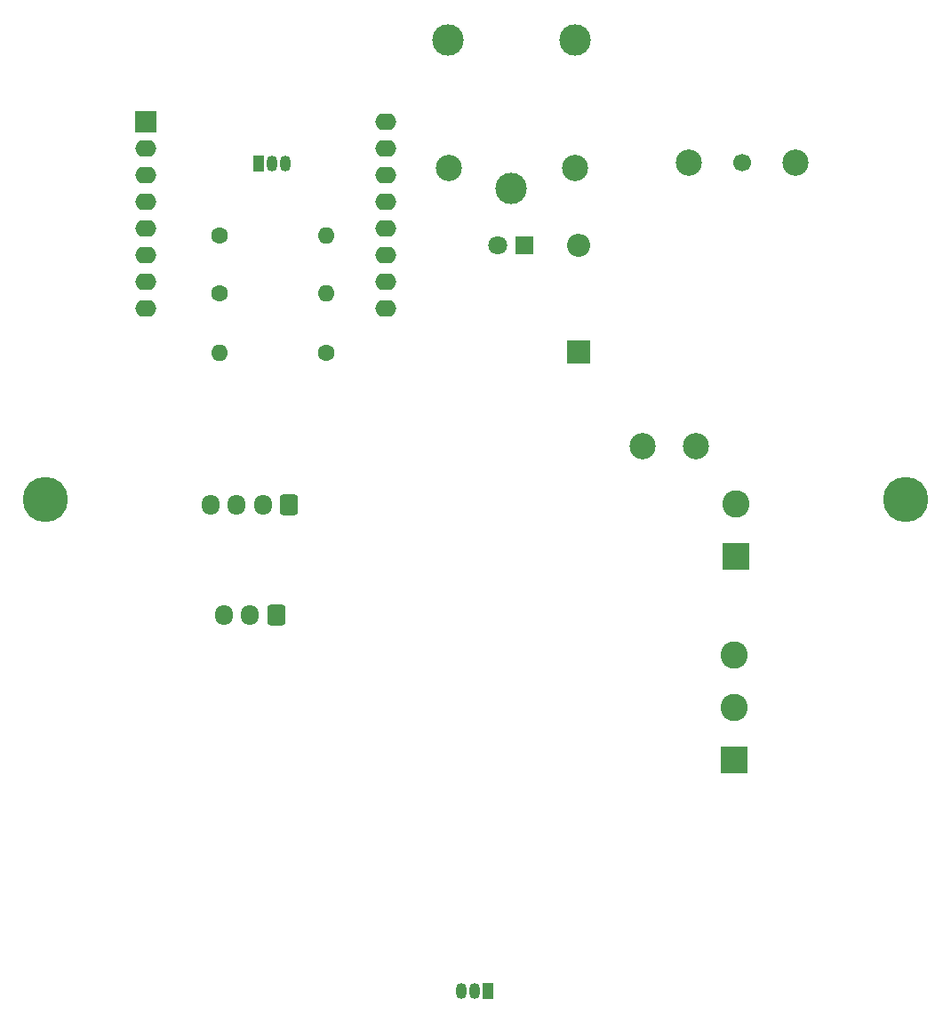
<source format=gbr>
%TF.GenerationSoftware,KiCad,Pcbnew,7.0.10*%
%TF.CreationDate,2025-11-30T18:16:03+01:00*%
%TF.ProjectId,open_thermostat,6f70656e-5f74-4686-9572-6d6f73746174,rev?*%
%TF.SameCoordinates,Original*%
%TF.FileFunction,Soldermask,Bot*%
%TF.FilePolarity,Negative*%
%FSLAX46Y46*%
G04 Gerber Fmt 4.6, Leading zero omitted, Abs format (unit mm)*
G04 Created by KiCad (PCBNEW 7.0.10) date 2025-11-30 18:16:03*
%MOMM*%
%LPD*%
G01*
G04 APERTURE LIST*
G04 Aperture macros list*
%AMRoundRect*
0 Rectangle with rounded corners*
0 $1 Rounding radius*
0 $2 $3 $4 $5 $6 $7 $8 $9 X,Y pos of 4 corners*
0 Add a 4 corners polygon primitive as box body*
4,1,4,$2,$3,$4,$5,$6,$7,$8,$9,$2,$3,0*
0 Add four circle primitives for the rounded corners*
1,1,$1+$1,$2,$3*
1,1,$1+$1,$4,$5*
1,1,$1+$1,$6,$7*
1,1,$1+$1,$8,$9*
0 Add four rect primitives between the rounded corners*
20,1,$1+$1,$2,$3,$4,$5,0*
20,1,$1+$1,$4,$5,$6,$7,0*
20,1,$1+$1,$6,$7,$8,$9,0*
20,1,$1+$1,$8,$9,$2,$3,0*%
G04 Aperture macros list end*
%ADD10C,1.700000*%
%ADD11C,2.500000*%
%ADD12R,1.050000X1.500000*%
%ADD13O,1.050000X1.500000*%
%ADD14C,1.600000*%
%ADD15O,1.600000X1.600000*%
%ADD16RoundRect,0.250000X0.600000X0.725000X-0.600000X0.725000X-0.600000X-0.725000X0.600000X-0.725000X0*%
%ADD17O,1.700000X1.950000*%
%ADD18R,2.600000X2.600000*%
%ADD19C,2.600000*%
%ADD20R,1.800000X1.800000*%
%ADD21C,1.800000*%
%ADD22R,2.000000X2.000000*%
%ADD23O,2.000000X1.600000*%
%ADD24C,4.300000*%
%ADD25R,2.200000X2.200000*%
%ADD26O,2.200000X2.200000*%
%ADD27C,3.000000*%
G04 APERTURE END LIST*
D10*
%TO.C,PS1*%
X125380000Y-67900000D03*
D11*
X115920000Y-94900000D03*
X121000000Y-94900000D03*
X120300000Y-67900000D03*
X130460000Y-67900000D03*
%TD*%
D12*
%TO.C,U2*%
X101200000Y-146800000D03*
D13*
X99930000Y-146800000D03*
X98660000Y-146800000D03*
%TD*%
D14*
%TO.C,R1*%
X75640000Y-74833334D03*
D15*
X85800000Y-74833334D03*
%TD*%
D16*
%TO.C,J2*%
X82250000Y-100475000D03*
D17*
X79750000Y-100475000D03*
X77250000Y-100475000D03*
X74750000Y-100475000D03*
%TD*%
D14*
%TO.C,R2*%
X75640000Y-80400000D03*
D15*
X85800000Y-80400000D03*
%TD*%
D18*
%TO.C,J4*%
X124800000Y-105400000D03*
D19*
X124800000Y-100400000D03*
%TD*%
D18*
%TO.C,J1*%
X124600000Y-124800000D03*
D19*
X124600000Y-119800000D03*
X124600000Y-114800000D03*
%TD*%
D20*
%TO.C,D2*%
X104675000Y-75800000D03*
D21*
X102135000Y-75800000D03*
%TD*%
D14*
%TO.C,R4*%
X85800000Y-86000000D03*
D15*
X75640000Y-86000000D03*
%TD*%
D22*
%TO.C,U1*%
X68540000Y-64000000D03*
D23*
X68540000Y-66540000D03*
X68540000Y-69080000D03*
X68540000Y-71620000D03*
X68540000Y-74160000D03*
X68540000Y-76700000D03*
X68540000Y-79240000D03*
X68540000Y-81780000D03*
X91400000Y-81780000D03*
X91400000Y-79240000D03*
X91400000Y-76700000D03*
X91400000Y-74160000D03*
X91400000Y-71620000D03*
X91400000Y-69080000D03*
X91400000Y-66540000D03*
X91400000Y-64000000D03*
%TD*%
D12*
%TO.C,Q1*%
X79330000Y-67960000D03*
D13*
X80600000Y-67960000D03*
X81870000Y-67960000D03*
%TD*%
D24*
%TO.C,H1*%
X59000000Y-100000000D03*
%TD*%
D25*
%TO.C,D1*%
X109800000Y-85960000D03*
D26*
X109800000Y-75800000D03*
%TD*%
D27*
%TO.C,K1*%
X103400000Y-70400000D03*
D11*
X109450000Y-68450000D03*
D27*
X109450000Y-56250000D03*
X97400000Y-56200000D03*
D11*
X97450000Y-68450000D03*
%TD*%
D24*
%TO.C,H2*%
X141000000Y-100000000D03*
%TD*%
D16*
%TO.C,J3*%
X81000000Y-111000000D03*
D17*
X78500000Y-111000000D03*
X76000000Y-111000000D03*
%TD*%
M02*

</source>
